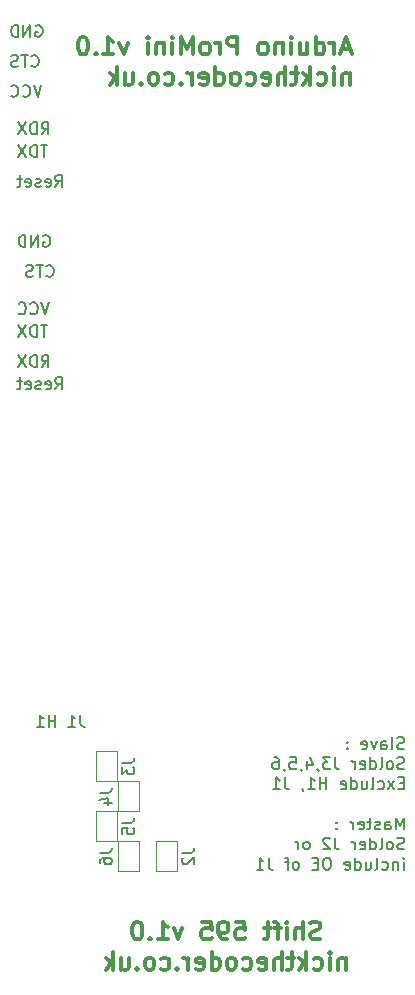
<source format=gbr>
G04 #@! TF.FileFunction,Legend,Bot*
%FSLAX46Y46*%
G04 Gerber Fmt 4.6, Leading zero omitted, Abs format (unit mm)*
G04 Created by KiCad (PCBNEW 4.0.7+dfsg1-1~bpo9+1) date Wed May  2 15:41:06 2018*
%MOMM*%
%LPD*%
G01*
G04 APERTURE LIST*
%ADD10C,0.100000*%
%ADD11C,0.200000*%
%ADD12C,0.300000*%
%ADD13C,0.120000*%
%ADD14C,0.150000*%
G04 APERTURE END LIST*
D10*
D11*
X116839762Y-61317143D02*
X116887381Y-61364762D01*
X117030238Y-61412381D01*
X117125476Y-61412381D01*
X117268334Y-61364762D01*
X117363572Y-61269524D01*
X117411191Y-61174286D01*
X117458810Y-60983810D01*
X117458810Y-60840952D01*
X117411191Y-60650476D01*
X117363572Y-60555238D01*
X117268334Y-60460000D01*
X117125476Y-60412381D01*
X117030238Y-60412381D01*
X116887381Y-60460000D01*
X116839762Y-60507619D01*
X116554048Y-60412381D02*
X115982619Y-60412381D01*
X116268334Y-61412381D02*
X116268334Y-60412381D01*
X115696905Y-61364762D02*
X115554048Y-61412381D01*
X115315952Y-61412381D01*
X115220714Y-61364762D01*
X115173095Y-61317143D01*
X115125476Y-61221905D01*
X115125476Y-61126667D01*
X115173095Y-61031429D01*
X115220714Y-60983810D01*
X115315952Y-60936190D01*
X115506429Y-60888571D01*
X115601667Y-60840952D01*
X115649286Y-60793333D01*
X115696905Y-60698095D01*
X115696905Y-60602857D01*
X115649286Y-60507619D01*
X115601667Y-60460000D01*
X115506429Y-60412381D01*
X115268333Y-60412381D01*
X115125476Y-60460000D01*
X117061905Y-63587381D02*
X116728572Y-64587381D01*
X116395238Y-63587381D01*
X115490476Y-64492143D02*
X115538095Y-64539762D01*
X115680952Y-64587381D01*
X115776190Y-64587381D01*
X115919048Y-64539762D01*
X116014286Y-64444524D01*
X116061905Y-64349286D01*
X116109524Y-64158810D01*
X116109524Y-64015952D01*
X116061905Y-63825476D01*
X116014286Y-63730238D01*
X115919048Y-63635000D01*
X115776190Y-63587381D01*
X115680952Y-63587381D01*
X115538095Y-63635000D01*
X115490476Y-63682619D01*
X114490476Y-64492143D02*
X114538095Y-64539762D01*
X114680952Y-64587381D01*
X114776190Y-64587381D01*
X114919048Y-64539762D01*
X115014286Y-64444524D01*
X115061905Y-64349286D01*
X115109524Y-64158810D01*
X115109524Y-64015952D01*
X115061905Y-63825476D01*
X115014286Y-63730238D01*
X114919048Y-63635000D01*
X114776190Y-63587381D01*
X114680952Y-63587381D01*
X114538095Y-63635000D01*
X114490476Y-63682619D01*
X117585715Y-70937381D02*
X117919049Y-70461190D01*
X118157144Y-70937381D02*
X118157144Y-69937381D01*
X117776191Y-69937381D01*
X117680953Y-69985000D01*
X117633334Y-70032619D01*
X117585715Y-70127857D01*
X117585715Y-70270714D01*
X117633334Y-70365952D01*
X117680953Y-70413571D01*
X117776191Y-70461190D01*
X118157144Y-70461190D01*
X116776191Y-70889762D02*
X116871429Y-70937381D01*
X117061906Y-70937381D01*
X117157144Y-70889762D01*
X117204763Y-70794524D01*
X117204763Y-70413571D01*
X117157144Y-70318333D01*
X117061906Y-70270714D01*
X116871429Y-70270714D01*
X116776191Y-70318333D01*
X116728572Y-70413571D01*
X116728572Y-70508810D01*
X117204763Y-70604048D01*
X116347620Y-70889762D02*
X116252382Y-70937381D01*
X116061906Y-70937381D01*
X115966667Y-70889762D01*
X115919048Y-70794524D01*
X115919048Y-70746905D01*
X115966667Y-70651667D01*
X116061906Y-70604048D01*
X116204763Y-70604048D01*
X116300001Y-70556429D01*
X116347620Y-70461190D01*
X116347620Y-70413571D01*
X116300001Y-70318333D01*
X116204763Y-70270714D01*
X116061906Y-70270714D01*
X115966667Y-70318333D01*
X115109524Y-70889762D02*
X115204762Y-70937381D01*
X115395239Y-70937381D01*
X115490477Y-70889762D01*
X115538096Y-70794524D01*
X115538096Y-70413571D01*
X115490477Y-70318333D01*
X115395239Y-70270714D01*
X115204762Y-70270714D01*
X115109524Y-70318333D01*
X115061905Y-70413571D01*
X115061905Y-70508810D01*
X115538096Y-70604048D01*
X114776191Y-70270714D02*
X114395239Y-70270714D01*
X114633334Y-69937381D02*
X114633334Y-70794524D01*
X114585715Y-70889762D01*
X114490477Y-70937381D01*
X114395239Y-70937381D01*
X116442857Y-69032381D02*
X116776191Y-68556190D01*
X117014286Y-69032381D02*
X117014286Y-68032381D01*
X116633333Y-68032381D01*
X116538095Y-68080000D01*
X116490476Y-68127619D01*
X116442857Y-68222857D01*
X116442857Y-68365714D01*
X116490476Y-68460952D01*
X116538095Y-68508571D01*
X116633333Y-68556190D01*
X117014286Y-68556190D01*
X116014286Y-69032381D02*
X116014286Y-68032381D01*
X115776191Y-68032381D01*
X115633333Y-68080000D01*
X115538095Y-68175238D01*
X115490476Y-68270476D01*
X115442857Y-68460952D01*
X115442857Y-68603810D01*
X115490476Y-68794286D01*
X115538095Y-68889524D01*
X115633333Y-68984762D01*
X115776191Y-69032381D01*
X116014286Y-69032381D01*
X115109524Y-68032381D02*
X114442857Y-69032381D01*
X114442857Y-68032381D02*
X115109524Y-69032381D01*
X116919048Y-65492381D02*
X116347619Y-65492381D01*
X116633334Y-66492381D02*
X116633334Y-65492381D01*
X116014286Y-66492381D02*
X116014286Y-65492381D01*
X115776191Y-65492381D01*
X115633333Y-65540000D01*
X115538095Y-65635238D01*
X115490476Y-65730476D01*
X115442857Y-65920952D01*
X115442857Y-66063810D01*
X115490476Y-66254286D01*
X115538095Y-66349524D01*
X115633333Y-66444762D01*
X115776191Y-66492381D01*
X116014286Y-66492381D01*
X115109524Y-65492381D02*
X114442857Y-66492381D01*
X114442857Y-65492381D02*
X115109524Y-66492381D01*
X116442857Y-49347381D02*
X116776191Y-48871190D01*
X117014286Y-49347381D02*
X117014286Y-48347381D01*
X116633333Y-48347381D01*
X116538095Y-48395000D01*
X116490476Y-48442619D01*
X116442857Y-48537857D01*
X116442857Y-48680714D01*
X116490476Y-48775952D01*
X116538095Y-48823571D01*
X116633333Y-48871190D01*
X117014286Y-48871190D01*
X116014286Y-49347381D02*
X116014286Y-48347381D01*
X115776191Y-48347381D01*
X115633333Y-48395000D01*
X115538095Y-48490238D01*
X115490476Y-48585476D01*
X115442857Y-48775952D01*
X115442857Y-48918810D01*
X115490476Y-49109286D01*
X115538095Y-49204524D01*
X115633333Y-49299762D01*
X115776191Y-49347381D01*
X116014286Y-49347381D01*
X115109524Y-48347381D02*
X114442857Y-49347381D01*
X114442857Y-48347381D02*
X115109524Y-49347381D01*
X116585714Y-57920000D02*
X116680952Y-57872381D01*
X116823809Y-57872381D01*
X116966667Y-57920000D01*
X117061905Y-58015238D01*
X117109524Y-58110476D01*
X117157143Y-58300952D01*
X117157143Y-58443810D01*
X117109524Y-58634286D01*
X117061905Y-58729524D01*
X116966667Y-58824762D01*
X116823809Y-58872381D01*
X116728571Y-58872381D01*
X116585714Y-58824762D01*
X116538095Y-58777143D01*
X116538095Y-58443810D01*
X116728571Y-58443810D01*
X116109524Y-58872381D02*
X116109524Y-57872381D01*
X115538095Y-58872381D01*
X115538095Y-57872381D01*
X115061905Y-58872381D02*
X115061905Y-57872381D01*
X114823810Y-57872381D01*
X114680952Y-57920000D01*
X114585714Y-58015238D01*
X114538095Y-58110476D01*
X114490476Y-58300952D01*
X114490476Y-58443810D01*
X114538095Y-58634286D01*
X114585714Y-58729524D01*
X114680952Y-58824762D01*
X114823810Y-58872381D01*
X115061905Y-58872381D01*
X117585715Y-53792381D02*
X117919049Y-53316190D01*
X118157144Y-53792381D02*
X118157144Y-52792381D01*
X117776191Y-52792381D01*
X117680953Y-52840000D01*
X117633334Y-52887619D01*
X117585715Y-52982857D01*
X117585715Y-53125714D01*
X117633334Y-53220952D01*
X117680953Y-53268571D01*
X117776191Y-53316190D01*
X118157144Y-53316190D01*
X116776191Y-53744762D02*
X116871429Y-53792381D01*
X117061906Y-53792381D01*
X117157144Y-53744762D01*
X117204763Y-53649524D01*
X117204763Y-53268571D01*
X117157144Y-53173333D01*
X117061906Y-53125714D01*
X116871429Y-53125714D01*
X116776191Y-53173333D01*
X116728572Y-53268571D01*
X116728572Y-53363810D01*
X117204763Y-53459048D01*
X116347620Y-53744762D02*
X116252382Y-53792381D01*
X116061906Y-53792381D01*
X115966667Y-53744762D01*
X115919048Y-53649524D01*
X115919048Y-53601905D01*
X115966667Y-53506667D01*
X116061906Y-53459048D01*
X116204763Y-53459048D01*
X116300001Y-53411429D01*
X116347620Y-53316190D01*
X116347620Y-53268571D01*
X116300001Y-53173333D01*
X116204763Y-53125714D01*
X116061906Y-53125714D01*
X115966667Y-53173333D01*
X115109524Y-53744762D02*
X115204762Y-53792381D01*
X115395239Y-53792381D01*
X115490477Y-53744762D01*
X115538096Y-53649524D01*
X115538096Y-53268571D01*
X115490477Y-53173333D01*
X115395239Y-53125714D01*
X115204762Y-53125714D01*
X115109524Y-53173333D01*
X115061905Y-53268571D01*
X115061905Y-53363810D01*
X115538096Y-53459048D01*
X114776191Y-53125714D02*
X114395239Y-53125714D01*
X114633334Y-52792381D02*
X114633334Y-53649524D01*
X114585715Y-53744762D01*
X114490477Y-53792381D01*
X114395239Y-53792381D01*
X116919048Y-50252381D02*
X116347619Y-50252381D01*
X116633334Y-51252381D02*
X116633334Y-50252381D01*
X116014286Y-51252381D02*
X116014286Y-50252381D01*
X115776191Y-50252381D01*
X115633333Y-50300000D01*
X115538095Y-50395238D01*
X115490476Y-50490476D01*
X115442857Y-50680952D01*
X115442857Y-50823810D01*
X115490476Y-51014286D01*
X115538095Y-51109524D01*
X115633333Y-51204762D01*
X115776191Y-51252381D01*
X116014286Y-51252381D01*
X115109524Y-50252381D02*
X114442857Y-51252381D01*
X114442857Y-50252381D02*
X115109524Y-51252381D01*
X116426905Y-45172381D02*
X116093572Y-46172381D01*
X115760238Y-45172381D01*
X114855476Y-46077143D02*
X114903095Y-46124762D01*
X115045952Y-46172381D01*
X115141190Y-46172381D01*
X115284048Y-46124762D01*
X115379286Y-46029524D01*
X115426905Y-45934286D01*
X115474524Y-45743810D01*
X115474524Y-45600952D01*
X115426905Y-45410476D01*
X115379286Y-45315238D01*
X115284048Y-45220000D01*
X115141190Y-45172381D01*
X115045952Y-45172381D01*
X114903095Y-45220000D01*
X114855476Y-45267619D01*
X113855476Y-46077143D02*
X113903095Y-46124762D01*
X114045952Y-46172381D01*
X114141190Y-46172381D01*
X114284048Y-46124762D01*
X114379286Y-46029524D01*
X114426905Y-45934286D01*
X114474524Y-45743810D01*
X114474524Y-45600952D01*
X114426905Y-45410476D01*
X114379286Y-45315238D01*
X114284048Y-45220000D01*
X114141190Y-45172381D01*
X114045952Y-45172381D01*
X113903095Y-45220000D01*
X113855476Y-45267619D01*
X115569762Y-43537143D02*
X115617381Y-43584762D01*
X115760238Y-43632381D01*
X115855476Y-43632381D01*
X115998334Y-43584762D01*
X116093572Y-43489524D01*
X116141191Y-43394286D01*
X116188810Y-43203810D01*
X116188810Y-43060952D01*
X116141191Y-42870476D01*
X116093572Y-42775238D01*
X115998334Y-42680000D01*
X115855476Y-42632381D01*
X115760238Y-42632381D01*
X115617381Y-42680000D01*
X115569762Y-42727619D01*
X115284048Y-42632381D02*
X114712619Y-42632381D01*
X114998334Y-43632381D02*
X114998334Y-42632381D01*
X114426905Y-43584762D02*
X114284048Y-43632381D01*
X114045952Y-43632381D01*
X113950714Y-43584762D01*
X113903095Y-43537143D01*
X113855476Y-43441905D01*
X113855476Y-43346667D01*
X113903095Y-43251429D01*
X113950714Y-43203810D01*
X114045952Y-43156190D01*
X114236429Y-43108571D01*
X114331667Y-43060952D01*
X114379286Y-43013333D01*
X114426905Y-42918095D01*
X114426905Y-42822857D01*
X114379286Y-42727619D01*
X114331667Y-42680000D01*
X114236429Y-42632381D01*
X113998333Y-42632381D01*
X113855476Y-42680000D01*
X115950714Y-40140000D02*
X116045952Y-40092381D01*
X116188809Y-40092381D01*
X116331667Y-40140000D01*
X116426905Y-40235238D01*
X116474524Y-40330476D01*
X116522143Y-40520952D01*
X116522143Y-40663810D01*
X116474524Y-40854286D01*
X116426905Y-40949524D01*
X116331667Y-41044762D01*
X116188809Y-41092381D01*
X116093571Y-41092381D01*
X115950714Y-41044762D01*
X115903095Y-40997143D01*
X115903095Y-40663810D01*
X116093571Y-40663810D01*
X115474524Y-41092381D02*
X115474524Y-40092381D01*
X114903095Y-41092381D01*
X114903095Y-40092381D01*
X114426905Y-41092381D02*
X114426905Y-40092381D01*
X114188810Y-40092381D01*
X114045952Y-40140000D01*
X113950714Y-40235238D01*
X113903095Y-40330476D01*
X113855476Y-40520952D01*
X113855476Y-40663810D01*
X113903095Y-40854286D01*
X113950714Y-40949524D01*
X114045952Y-41044762D01*
X114188810Y-41092381D01*
X114426905Y-41092381D01*
D12*
X142589286Y-42155000D02*
X141875000Y-42155000D01*
X142732143Y-42583571D02*
X142232143Y-41083571D01*
X141732143Y-42583571D01*
X141232143Y-42583571D02*
X141232143Y-41583571D01*
X141232143Y-41869286D02*
X141160715Y-41726429D01*
X141089286Y-41655000D01*
X140946429Y-41583571D01*
X140803572Y-41583571D01*
X139660715Y-42583571D02*
X139660715Y-41083571D01*
X139660715Y-42512143D02*
X139803572Y-42583571D01*
X140089286Y-42583571D01*
X140232144Y-42512143D01*
X140303572Y-42440714D01*
X140375001Y-42297857D01*
X140375001Y-41869286D01*
X140303572Y-41726429D01*
X140232144Y-41655000D01*
X140089286Y-41583571D01*
X139803572Y-41583571D01*
X139660715Y-41655000D01*
X138303572Y-41583571D02*
X138303572Y-42583571D01*
X138946429Y-41583571D02*
X138946429Y-42369286D01*
X138875001Y-42512143D01*
X138732143Y-42583571D01*
X138517858Y-42583571D01*
X138375001Y-42512143D01*
X138303572Y-42440714D01*
X137589286Y-42583571D02*
X137589286Y-41583571D01*
X137589286Y-41083571D02*
X137660715Y-41155000D01*
X137589286Y-41226429D01*
X137517858Y-41155000D01*
X137589286Y-41083571D01*
X137589286Y-41226429D01*
X136875000Y-41583571D02*
X136875000Y-42583571D01*
X136875000Y-41726429D02*
X136803572Y-41655000D01*
X136660714Y-41583571D01*
X136446429Y-41583571D01*
X136303572Y-41655000D01*
X136232143Y-41797857D01*
X136232143Y-42583571D01*
X135303571Y-42583571D02*
X135446429Y-42512143D01*
X135517857Y-42440714D01*
X135589286Y-42297857D01*
X135589286Y-41869286D01*
X135517857Y-41726429D01*
X135446429Y-41655000D01*
X135303571Y-41583571D01*
X135089286Y-41583571D01*
X134946429Y-41655000D01*
X134875000Y-41726429D01*
X134803571Y-41869286D01*
X134803571Y-42297857D01*
X134875000Y-42440714D01*
X134946429Y-42512143D01*
X135089286Y-42583571D01*
X135303571Y-42583571D01*
X133017857Y-42583571D02*
X133017857Y-41083571D01*
X132446429Y-41083571D01*
X132303571Y-41155000D01*
X132232143Y-41226429D01*
X132160714Y-41369286D01*
X132160714Y-41583571D01*
X132232143Y-41726429D01*
X132303571Y-41797857D01*
X132446429Y-41869286D01*
X133017857Y-41869286D01*
X131517857Y-42583571D02*
X131517857Y-41583571D01*
X131517857Y-41869286D02*
X131446429Y-41726429D01*
X131375000Y-41655000D01*
X131232143Y-41583571D01*
X131089286Y-41583571D01*
X130375000Y-42583571D02*
X130517858Y-42512143D01*
X130589286Y-42440714D01*
X130660715Y-42297857D01*
X130660715Y-41869286D01*
X130589286Y-41726429D01*
X130517858Y-41655000D01*
X130375000Y-41583571D01*
X130160715Y-41583571D01*
X130017858Y-41655000D01*
X129946429Y-41726429D01*
X129875000Y-41869286D01*
X129875000Y-42297857D01*
X129946429Y-42440714D01*
X130017858Y-42512143D01*
X130160715Y-42583571D01*
X130375000Y-42583571D01*
X129232143Y-42583571D02*
X129232143Y-41083571D01*
X128732143Y-42155000D01*
X128232143Y-41083571D01*
X128232143Y-42583571D01*
X127517857Y-42583571D02*
X127517857Y-41583571D01*
X127517857Y-41083571D02*
X127589286Y-41155000D01*
X127517857Y-41226429D01*
X127446429Y-41155000D01*
X127517857Y-41083571D01*
X127517857Y-41226429D01*
X126803571Y-41583571D02*
X126803571Y-42583571D01*
X126803571Y-41726429D02*
X126732143Y-41655000D01*
X126589285Y-41583571D01*
X126375000Y-41583571D01*
X126232143Y-41655000D01*
X126160714Y-41797857D01*
X126160714Y-42583571D01*
X125446428Y-42583571D02*
X125446428Y-41583571D01*
X125446428Y-41083571D02*
X125517857Y-41155000D01*
X125446428Y-41226429D01*
X125375000Y-41155000D01*
X125446428Y-41083571D01*
X125446428Y-41226429D01*
X123732142Y-41583571D02*
X123374999Y-42583571D01*
X123017857Y-41583571D01*
X121660714Y-42583571D02*
X122517857Y-42583571D01*
X122089285Y-42583571D02*
X122089285Y-41083571D01*
X122232142Y-41297857D01*
X122375000Y-41440714D01*
X122517857Y-41512143D01*
X121017857Y-42440714D02*
X120946429Y-42512143D01*
X121017857Y-42583571D01*
X121089286Y-42512143D01*
X121017857Y-42440714D01*
X121017857Y-42583571D01*
X120017857Y-41083571D02*
X119875000Y-41083571D01*
X119732143Y-41155000D01*
X119660714Y-41226429D01*
X119589285Y-41369286D01*
X119517857Y-41655000D01*
X119517857Y-42012143D01*
X119589285Y-42297857D01*
X119660714Y-42440714D01*
X119732143Y-42512143D01*
X119875000Y-42583571D01*
X120017857Y-42583571D01*
X120160714Y-42512143D01*
X120232143Y-42440714D01*
X120303571Y-42297857D01*
X120375000Y-42012143D01*
X120375000Y-41655000D01*
X120303571Y-41369286D01*
X120232143Y-41226429D01*
X120160714Y-41155000D01*
X120017857Y-41083571D01*
X142517857Y-44133571D02*
X142517857Y-45133571D01*
X142517857Y-44276429D02*
X142446429Y-44205000D01*
X142303571Y-44133571D01*
X142089286Y-44133571D01*
X141946429Y-44205000D01*
X141875000Y-44347857D01*
X141875000Y-45133571D01*
X141160714Y-45133571D02*
X141160714Y-44133571D01*
X141160714Y-43633571D02*
X141232143Y-43705000D01*
X141160714Y-43776429D01*
X141089286Y-43705000D01*
X141160714Y-43633571D01*
X141160714Y-43776429D01*
X139803571Y-45062143D02*
X139946428Y-45133571D01*
X140232142Y-45133571D01*
X140375000Y-45062143D01*
X140446428Y-44990714D01*
X140517857Y-44847857D01*
X140517857Y-44419286D01*
X140446428Y-44276429D01*
X140375000Y-44205000D01*
X140232142Y-44133571D01*
X139946428Y-44133571D01*
X139803571Y-44205000D01*
X139160714Y-45133571D02*
X139160714Y-43633571D01*
X139017857Y-44562143D02*
X138589286Y-45133571D01*
X138589286Y-44133571D02*
X139160714Y-44705000D01*
X138160714Y-44133571D02*
X137589285Y-44133571D01*
X137946428Y-43633571D02*
X137946428Y-44919286D01*
X137875000Y-45062143D01*
X137732142Y-45133571D01*
X137589285Y-45133571D01*
X137089285Y-45133571D02*
X137089285Y-43633571D01*
X136446428Y-45133571D02*
X136446428Y-44347857D01*
X136517857Y-44205000D01*
X136660714Y-44133571D01*
X136874999Y-44133571D01*
X137017857Y-44205000D01*
X137089285Y-44276429D01*
X135160714Y-45062143D02*
X135303571Y-45133571D01*
X135589285Y-45133571D01*
X135732142Y-45062143D01*
X135803571Y-44919286D01*
X135803571Y-44347857D01*
X135732142Y-44205000D01*
X135589285Y-44133571D01*
X135303571Y-44133571D01*
X135160714Y-44205000D01*
X135089285Y-44347857D01*
X135089285Y-44490714D01*
X135803571Y-44633571D01*
X133803571Y-45062143D02*
X133946428Y-45133571D01*
X134232142Y-45133571D01*
X134375000Y-45062143D01*
X134446428Y-44990714D01*
X134517857Y-44847857D01*
X134517857Y-44419286D01*
X134446428Y-44276429D01*
X134375000Y-44205000D01*
X134232142Y-44133571D01*
X133946428Y-44133571D01*
X133803571Y-44205000D01*
X132946428Y-45133571D02*
X133089286Y-45062143D01*
X133160714Y-44990714D01*
X133232143Y-44847857D01*
X133232143Y-44419286D01*
X133160714Y-44276429D01*
X133089286Y-44205000D01*
X132946428Y-44133571D01*
X132732143Y-44133571D01*
X132589286Y-44205000D01*
X132517857Y-44276429D01*
X132446428Y-44419286D01*
X132446428Y-44847857D01*
X132517857Y-44990714D01*
X132589286Y-45062143D01*
X132732143Y-45133571D01*
X132946428Y-45133571D01*
X131160714Y-45133571D02*
X131160714Y-43633571D01*
X131160714Y-45062143D02*
X131303571Y-45133571D01*
X131589285Y-45133571D01*
X131732143Y-45062143D01*
X131803571Y-44990714D01*
X131875000Y-44847857D01*
X131875000Y-44419286D01*
X131803571Y-44276429D01*
X131732143Y-44205000D01*
X131589285Y-44133571D01*
X131303571Y-44133571D01*
X131160714Y-44205000D01*
X129875000Y-45062143D02*
X130017857Y-45133571D01*
X130303571Y-45133571D01*
X130446428Y-45062143D01*
X130517857Y-44919286D01*
X130517857Y-44347857D01*
X130446428Y-44205000D01*
X130303571Y-44133571D01*
X130017857Y-44133571D01*
X129875000Y-44205000D01*
X129803571Y-44347857D01*
X129803571Y-44490714D01*
X130517857Y-44633571D01*
X129160714Y-45133571D02*
X129160714Y-44133571D01*
X129160714Y-44419286D02*
X129089286Y-44276429D01*
X129017857Y-44205000D01*
X128875000Y-44133571D01*
X128732143Y-44133571D01*
X128232143Y-44990714D02*
X128160715Y-45062143D01*
X128232143Y-45133571D01*
X128303572Y-45062143D01*
X128232143Y-44990714D01*
X128232143Y-45133571D01*
X126875000Y-45062143D02*
X127017857Y-45133571D01*
X127303571Y-45133571D01*
X127446429Y-45062143D01*
X127517857Y-44990714D01*
X127589286Y-44847857D01*
X127589286Y-44419286D01*
X127517857Y-44276429D01*
X127446429Y-44205000D01*
X127303571Y-44133571D01*
X127017857Y-44133571D01*
X126875000Y-44205000D01*
X126017857Y-45133571D02*
X126160715Y-45062143D01*
X126232143Y-44990714D01*
X126303572Y-44847857D01*
X126303572Y-44419286D01*
X126232143Y-44276429D01*
X126160715Y-44205000D01*
X126017857Y-44133571D01*
X125803572Y-44133571D01*
X125660715Y-44205000D01*
X125589286Y-44276429D01*
X125517857Y-44419286D01*
X125517857Y-44847857D01*
X125589286Y-44990714D01*
X125660715Y-45062143D01*
X125803572Y-45133571D01*
X126017857Y-45133571D01*
X124875000Y-44990714D02*
X124803572Y-45062143D01*
X124875000Y-45133571D01*
X124946429Y-45062143D01*
X124875000Y-44990714D01*
X124875000Y-45133571D01*
X123517857Y-44133571D02*
X123517857Y-45133571D01*
X124160714Y-44133571D02*
X124160714Y-44919286D01*
X124089286Y-45062143D01*
X123946428Y-45133571D01*
X123732143Y-45133571D01*
X123589286Y-45062143D01*
X123517857Y-44990714D01*
X122803571Y-45133571D02*
X122803571Y-43633571D01*
X122660714Y-44562143D02*
X122232143Y-45133571D01*
X122232143Y-44133571D02*
X122803571Y-44705000D01*
X140044285Y-117442143D02*
X139829999Y-117513571D01*
X139472856Y-117513571D01*
X139329999Y-117442143D01*
X139258570Y-117370714D01*
X139187142Y-117227857D01*
X139187142Y-117085000D01*
X139258570Y-116942143D01*
X139329999Y-116870714D01*
X139472856Y-116799286D01*
X139758570Y-116727857D01*
X139901428Y-116656429D01*
X139972856Y-116585000D01*
X140044285Y-116442143D01*
X140044285Y-116299286D01*
X139972856Y-116156429D01*
X139901428Y-116085000D01*
X139758570Y-116013571D01*
X139401428Y-116013571D01*
X139187142Y-116085000D01*
X138544285Y-117513571D02*
X138544285Y-116013571D01*
X137901428Y-117513571D02*
X137901428Y-116727857D01*
X137972857Y-116585000D01*
X138115714Y-116513571D01*
X138329999Y-116513571D01*
X138472857Y-116585000D01*
X138544285Y-116656429D01*
X137187142Y-117513571D02*
X137187142Y-116513571D01*
X137187142Y-116013571D02*
X137258571Y-116085000D01*
X137187142Y-116156429D01*
X137115714Y-116085000D01*
X137187142Y-116013571D01*
X137187142Y-116156429D01*
X136687142Y-116513571D02*
X136115713Y-116513571D01*
X136472856Y-117513571D02*
X136472856Y-116227857D01*
X136401428Y-116085000D01*
X136258570Y-116013571D01*
X136115713Y-116013571D01*
X135829999Y-116513571D02*
X135258570Y-116513571D01*
X135615713Y-116013571D02*
X135615713Y-117299286D01*
X135544285Y-117442143D01*
X135401427Y-117513571D01*
X135258570Y-117513571D01*
X132901427Y-116013571D02*
X133615713Y-116013571D01*
X133687142Y-116727857D01*
X133615713Y-116656429D01*
X133472856Y-116585000D01*
X133115713Y-116585000D01*
X132972856Y-116656429D01*
X132901427Y-116727857D01*
X132829999Y-116870714D01*
X132829999Y-117227857D01*
X132901427Y-117370714D01*
X132972856Y-117442143D01*
X133115713Y-117513571D01*
X133472856Y-117513571D01*
X133615713Y-117442143D01*
X133687142Y-117370714D01*
X132115714Y-117513571D02*
X131829999Y-117513571D01*
X131687142Y-117442143D01*
X131615714Y-117370714D01*
X131472856Y-117156429D01*
X131401428Y-116870714D01*
X131401428Y-116299286D01*
X131472856Y-116156429D01*
X131544285Y-116085000D01*
X131687142Y-116013571D01*
X131972856Y-116013571D01*
X132115714Y-116085000D01*
X132187142Y-116156429D01*
X132258571Y-116299286D01*
X132258571Y-116656429D01*
X132187142Y-116799286D01*
X132115714Y-116870714D01*
X131972856Y-116942143D01*
X131687142Y-116942143D01*
X131544285Y-116870714D01*
X131472856Y-116799286D01*
X131401428Y-116656429D01*
X130044285Y-116013571D02*
X130758571Y-116013571D01*
X130830000Y-116727857D01*
X130758571Y-116656429D01*
X130615714Y-116585000D01*
X130258571Y-116585000D01*
X130115714Y-116656429D01*
X130044285Y-116727857D01*
X129972857Y-116870714D01*
X129972857Y-117227857D01*
X130044285Y-117370714D01*
X130115714Y-117442143D01*
X130258571Y-117513571D01*
X130615714Y-117513571D01*
X130758571Y-117442143D01*
X130830000Y-117370714D01*
X128330000Y-116513571D02*
X127972857Y-117513571D01*
X127615715Y-116513571D01*
X126258572Y-117513571D02*
X127115715Y-117513571D01*
X126687143Y-117513571D02*
X126687143Y-116013571D01*
X126830000Y-116227857D01*
X126972858Y-116370714D01*
X127115715Y-116442143D01*
X125615715Y-117370714D02*
X125544287Y-117442143D01*
X125615715Y-117513571D01*
X125687144Y-117442143D01*
X125615715Y-117370714D01*
X125615715Y-117513571D01*
X124615715Y-116013571D02*
X124472858Y-116013571D01*
X124330001Y-116085000D01*
X124258572Y-116156429D01*
X124187143Y-116299286D01*
X124115715Y-116585000D01*
X124115715Y-116942143D01*
X124187143Y-117227857D01*
X124258572Y-117370714D01*
X124330001Y-117442143D01*
X124472858Y-117513571D01*
X124615715Y-117513571D01*
X124758572Y-117442143D01*
X124830001Y-117370714D01*
X124901429Y-117227857D01*
X124972858Y-116942143D01*
X124972858Y-116585000D01*
X124901429Y-116299286D01*
X124830001Y-116156429D01*
X124758572Y-116085000D01*
X124615715Y-116013571D01*
X142187143Y-119063571D02*
X142187143Y-120063571D01*
X142187143Y-119206429D02*
X142115715Y-119135000D01*
X141972857Y-119063571D01*
X141758572Y-119063571D01*
X141615715Y-119135000D01*
X141544286Y-119277857D01*
X141544286Y-120063571D01*
X140830000Y-120063571D02*
X140830000Y-119063571D01*
X140830000Y-118563571D02*
X140901429Y-118635000D01*
X140830000Y-118706429D01*
X140758572Y-118635000D01*
X140830000Y-118563571D01*
X140830000Y-118706429D01*
X139472857Y-119992143D02*
X139615714Y-120063571D01*
X139901428Y-120063571D01*
X140044286Y-119992143D01*
X140115714Y-119920714D01*
X140187143Y-119777857D01*
X140187143Y-119349286D01*
X140115714Y-119206429D01*
X140044286Y-119135000D01*
X139901428Y-119063571D01*
X139615714Y-119063571D01*
X139472857Y-119135000D01*
X138830000Y-120063571D02*
X138830000Y-118563571D01*
X138687143Y-119492143D02*
X138258572Y-120063571D01*
X138258572Y-119063571D02*
X138830000Y-119635000D01*
X137830000Y-119063571D02*
X137258571Y-119063571D01*
X137615714Y-118563571D02*
X137615714Y-119849286D01*
X137544286Y-119992143D01*
X137401428Y-120063571D01*
X137258571Y-120063571D01*
X136758571Y-120063571D02*
X136758571Y-118563571D01*
X136115714Y-120063571D02*
X136115714Y-119277857D01*
X136187143Y-119135000D01*
X136330000Y-119063571D01*
X136544285Y-119063571D01*
X136687143Y-119135000D01*
X136758571Y-119206429D01*
X134830000Y-119992143D02*
X134972857Y-120063571D01*
X135258571Y-120063571D01*
X135401428Y-119992143D01*
X135472857Y-119849286D01*
X135472857Y-119277857D01*
X135401428Y-119135000D01*
X135258571Y-119063571D01*
X134972857Y-119063571D01*
X134830000Y-119135000D01*
X134758571Y-119277857D01*
X134758571Y-119420714D01*
X135472857Y-119563571D01*
X133472857Y-119992143D02*
X133615714Y-120063571D01*
X133901428Y-120063571D01*
X134044286Y-119992143D01*
X134115714Y-119920714D01*
X134187143Y-119777857D01*
X134187143Y-119349286D01*
X134115714Y-119206429D01*
X134044286Y-119135000D01*
X133901428Y-119063571D01*
X133615714Y-119063571D01*
X133472857Y-119135000D01*
X132615714Y-120063571D02*
X132758572Y-119992143D01*
X132830000Y-119920714D01*
X132901429Y-119777857D01*
X132901429Y-119349286D01*
X132830000Y-119206429D01*
X132758572Y-119135000D01*
X132615714Y-119063571D01*
X132401429Y-119063571D01*
X132258572Y-119135000D01*
X132187143Y-119206429D01*
X132115714Y-119349286D01*
X132115714Y-119777857D01*
X132187143Y-119920714D01*
X132258572Y-119992143D01*
X132401429Y-120063571D01*
X132615714Y-120063571D01*
X130830000Y-120063571D02*
X130830000Y-118563571D01*
X130830000Y-119992143D02*
X130972857Y-120063571D01*
X131258571Y-120063571D01*
X131401429Y-119992143D01*
X131472857Y-119920714D01*
X131544286Y-119777857D01*
X131544286Y-119349286D01*
X131472857Y-119206429D01*
X131401429Y-119135000D01*
X131258571Y-119063571D01*
X130972857Y-119063571D01*
X130830000Y-119135000D01*
X129544286Y-119992143D02*
X129687143Y-120063571D01*
X129972857Y-120063571D01*
X130115714Y-119992143D01*
X130187143Y-119849286D01*
X130187143Y-119277857D01*
X130115714Y-119135000D01*
X129972857Y-119063571D01*
X129687143Y-119063571D01*
X129544286Y-119135000D01*
X129472857Y-119277857D01*
X129472857Y-119420714D01*
X130187143Y-119563571D01*
X128830000Y-120063571D02*
X128830000Y-119063571D01*
X128830000Y-119349286D02*
X128758572Y-119206429D01*
X128687143Y-119135000D01*
X128544286Y-119063571D01*
X128401429Y-119063571D01*
X127901429Y-119920714D02*
X127830001Y-119992143D01*
X127901429Y-120063571D01*
X127972858Y-119992143D01*
X127901429Y-119920714D01*
X127901429Y-120063571D01*
X126544286Y-119992143D02*
X126687143Y-120063571D01*
X126972857Y-120063571D01*
X127115715Y-119992143D01*
X127187143Y-119920714D01*
X127258572Y-119777857D01*
X127258572Y-119349286D01*
X127187143Y-119206429D01*
X127115715Y-119135000D01*
X126972857Y-119063571D01*
X126687143Y-119063571D01*
X126544286Y-119135000D01*
X125687143Y-120063571D02*
X125830001Y-119992143D01*
X125901429Y-119920714D01*
X125972858Y-119777857D01*
X125972858Y-119349286D01*
X125901429Y-119206429D01*
X125830001Y-119135000D01*
X125687143Y-119063571D01*
X125472858Y-119063571D01*
X125330001Y-119135000D01*
X125258572Y-119206429D01*
X125187143Y-119349286D01*
X125187143Y-119777857D01*
X125258572Y-119920714D01*
X125330001Y-119992143D01*
X125472858Y-120063571D01*
X125687143Y-120063571D01*
X124544286Y-119920714D02*
X124472858Y-119992143D01*
X124544286Y-120063571D01*
X124615715Y-119992143D01*
X124544286Y-119920714D01*
X124544286Y-120063571D01*
X123187143Y-119063571D02*
X123187143Y-120063571D01*
X123830000Y-119063571D02*
X123830000Y-119849286D01*
X123758572Y-119992143D01*
X123615714Y-120063571D01*
X123401429Y-120063571D01*
X123258572Y-119992143D01*
X123187143Y-119920714D01*
X122472857Y-120063571D02*
X122472857Y-118563571D01*
X122330000Y-119492143D02*
X121901429Y-120063571D01*
X121901429Y-119063571D02*
X122472857Y-119635000D01*
D11*
X147129524Y-101349762D02*
X146986667Y-101397381D01*
X146748571Y-101397381D01*
X146653333Y-101349762D01*
X146605714Y-101302143D01*
X146558095Y-101206905D01*
X146558095Y-101111667D01*
X146605714Y-101016429D01*
X146653333Y-100968810D01*
X146748571Y-100921190D01*
X146939048Y-100873571D01*
X147034286Y-100825952D01*
X147081905Y-100778333D01*
X147129524Y-100683095D01*
X147129524Y-100587857D01*
X147081905Y-100492619D01*
X147034286Y-100445000D01*
X146939048Y-100397381D01*
X146700952Y-100397381D01*
X146558095Y-100445000D01*
X145986667Y-101397381D02*
X146081905Y-101349762D01*
X146129524Y-101254524D01*
X146129524Y-100397381D01*
X145177142Y-101397381D02*
X145177142Y-100873571D01*
X145224761Y-100778333D01*
X145319999Y-100730714D01*
X145510476Y-100730714D01*
X145605714Y-100778333D01*
X145177142Y-101349762D02*
X145272380Y-101397381D01*
X145510476Y-101397381D01*
X145605714Y-101349762D01*
X145653333Y-101254524D01*
X145653333Y-101159286D01*
X145605714Y-101064048D01*
X145510476Y-101016429D01*
X145272380Y-101016429D01*
X145177142Y-100968810D01*
X144796190Y-100730714D02*
X144558095Y-101397381D01*
X144319999Y-100730714D01*
X143558094Y-101349762D02*
X143653332Y-101397381D01*
X143843809Y-101397381D01*
X143939047Y-101349762D01*
X143986666Y-101254524D01*
X143986666Y-100873571D01*
X143939047Y-100778333D01*
X143843809Y-100730714D01*
X143653332Y-100730714D01*
X143558094Y-100778333D01*
X143510475Y-100873571D01*
X143510475Y-100968810D01*
X143986666Y-101064048D01*
X142319999Y-101302143D02*
X142272380Y-101349762D01*
X142319999Y-101397381D01*
X142367618Y-101349762D01*
X142319999Y-101302143D01*
X142319999Y-101397381D01*
X142319999Y-100778333D02*
X142272380Y-100825952D01*
X142319999Y-100873571D01*
X142367618Y-100825952D01*
X142319999Y-100778333D01*
X142319999Y-100873571D01*
X147129524Y-103049762D02*
X146986667Y-103097381D01*
X146748571Y-103097381D01*
X146653333Y-103049762D01*
X146605714Y-103002143D01*
X146558095Y-102906905D01*
X146558095Y-102811667D01*
X146605714Y-102716429D01*
X146653333Y-102668810D01*
X146748571Y-102621190D01*
X146939048Y-102573571D01*
X147034286Y-102525952D01*
X147081905Y-102478333D01*
X147129524Y-102383095D01*
X147129524Y-102287857D01*
X147081905Y-102192619D01*
X147034286Y-102145000D01*
X146939048Y-102097381D01*
X146700952Y-102097381D01*
X146558095Y-102145000D01*
X145986667Y-103097381D02*
X146081905Y-103049762D01*
X146129524Y-103002143D01*
X146177143Y-102906905D01*
X146177143Y-102621190D01*
X146129524Y-102525952D01*
X146081905Y-102478333D01*
X145986667Y-102430714D01*
X145843809Y-102430714D01*
X145748571Y-102478333D01*
X145700952Y-102525952D01*
X145653333Y-102621190D01*
X145653333Y-102906905D01*
X145700952Y-103002143D01*
X145748571Y-103049762D01*
X145843809Y-103097381D01*
X145986667Y-103097381D01*
X145081905Y-103097381D02*
X145177143Y-103049762D01*
X145224762Y-102954524D01*
X145224762Y-102097381D01*
X144272380Y-103097381D02*
X144272380Y-102097381D01*
X144272380Y-103049762D02*
X144367618Y-103097381D01*
X144558095Y-103097381D01*
X144653333Y-103049762D01*
X144700952Y-103002143D01*
X144748571Y-102906905D01*
X144748571Y-102621190D01*
X144700952Y-102525952D01*
X144653333Y-102478333D01*
X144558095Y-102430714D01*
X144367618Y-102430714D01*
X144272380Y-102478333D01*
X143415237Y-103049762D02*
X143510475Y-103097381D01*
X143700952Y-103097381D01*
X143796190Y-103049762D01*
X143843809Y-102954524D01*
X143843809Y-102573571D01*
X143796190Y-102478333D01*
X143700952Y-102430714D01*
X143510475Y-102430714D01*
X143415237Y-102478333D01*
X143367618Y-102573571D01*
X143367618Y-102668810D01*
X143843809Y-102764048D01*
X142939047Y-103097381D02*
X142939047Y-102430714D01*
X142939047Y-102621190D02*
X142891428Y-102525952D01*
X142843809Y-102478333D01*
X142748571Y-102430714D01*
X142653332Y-102430714D01*
X141272379Y-102097381D02*
X141272379Y-102811667D01*
X141319999Y-102954524D01*
X141415237Y-103049762D01*
X141558094Y-103097381D01*
X141653332Y-103097381D01*
X140891427Y-102097381D02*
X140272379Y-102097381D01*
X140605713Y-102478333D01*
X140462855Y-102478333D01*
X140367617Y-102525952D01*
X140319998Y-102573571D01*
X140272379Y-102668810D01*
X140272379Y-102906905D01*
X140319998Y-103002143D01*
X140367617Y-103049762D01*
X140462855Y-103097381D01*
X140748570Y-103097381D01*
X140843808Y-103049762D01*
X140891427Y-103002143D01*
X139796189Y-103049762D02*
X139796189Y-103097381D01*
X139843808Y-103192619D01*
X139891427Y-103240238D01*
X138939046Y-102430714D02*
X138939046Y-103097381D01*
X139177142Y-102049762D02*
X139415237Y-102764048D01*
X138796189Y-102764048D01*
X138367618Y-103049762D02*
X138367618Y-103097381D01*
X138415237Y-103192619D01*
X138462856Y-103240238D01*
X137462856Y-102097381D02*
X137939047Y-102097381D01*
X137986666Y-102573571D01*
X137939047Y-102525952D01*
X137843809Y-102478333D01*
X137605713Y-102478333D01*
X137510475Y-102525952D01*
X137462856Y-102573571D01*
X137415237Y-102668810D01*
X137415237Y-102906905D01*
X137462856Y-103002143D01*
X137510475Y-103049762D01*
X137605713Y-103097381D01*
X137843809Y-103097381D01*
X137939047Y-103049762D01*
X137986666Y-103002143D01*
X136939047Y-103049762D02*
X136939047Y-103097381D01*
X136986666Y-103192619D01*
X137034285Y-103240238D01*
X136081904Y-102097381D02*
X136272381Y-102097381D01*
X136367619Y-102145000D01*
X136415238Y-102192619D01*
X136510476Y-102335476D01*
X136558095Y-102525952D01*
X136558095Y-102906905D01*
X136510476Y-103002143D01*
X136462857Y-103049762D01*
X136367619Y-103097381D01*
X136177142Y-103097381D01*
X136081904Y-103049762D01*
X136034285Y-103002143D01*
X135986666Y-102906905D01*
X135986666Y-102668810D01*
X136034285Y-102573571D01*
X136081904Y-102525952D01*
X136177142Y-102478333D01*
X136367619Y-102478333D01*
X136462857Y-102525952D01*
X136510476Y-102573571D01*
X136558095Y-102668810D01*
X147081905Y-104273571D02*
X146748571Y-104273571D01*
X146605714Y-104797381D02*
X147081905Y-104797381D01*
X147081905Y-103797381D01*
X146605714Y-103797381D01*
X146272381Y-104797381D02*
X145748571Y-104130714D01*
X146272381Y-104130714D02*
X145748571Y-104797381D01*
X144939047Y-104749762D02*
X145034285Y-104797381D01*
X145224762Y-104797381D01*
X145320000Y-104749762D01*
X145367619Y-104702143D01*
X145415238Y-104606905D01*
X145415238Y-104321190D01*
X145367619Y-104225952D01*
X145320000Y-104178333D01*
X145224762Y-104130714D01*
X145034285Y-104130714D01*
X144939047Y-104178333D01*
X144367619Y-104797381D02*
X144462857Y-104749762D01*
X144510476Y-104654524D01*
X144510476Y-103797381D01*
X143558094Y-104130714D02*
X143558094Y-104797381D01*
X143986666Y-104130714D02*
X143986666Y-104654524D01*
X143939047Y-104749762D01*
X143843809Y-104797381D01*
X143700951Y-104797381D01*
X143605713Y-104749762D01*
X143558094Y-104702143D01*
X142653332Y-104797381D02*
X142653332Y-103797381D01*
X142653332Y-104749762D02*
X142748570Y-104797381D01*
X142939047Y-104797381D01*
X143034285Y-104749762D01*
X143081904Y-104702143D01*
X143129523Y-104606905D01*
X143129523Y-104321190D01*
X143081904Y-104225952D01*
X143034285Y-104178333D01*
X142939047Y-104130714D01*
X142748570Y-104130714D01*
X142653332Y-104178333D01*
X141796189Y-104749762D02*
X141891427Y-104797381D01*
X142081904Y-104797381D01*
X142177142Y-104749762D01*
X142224761Y-104654524D01*
X142224761Y-104273571D01*
X142177142Y-104178333D01*
X142081904Y-104130714D01*
X141891427Y-104130714D01*
X141796189Y-104178333D01*
X141748570Y-104273571D01*
X141748570Y-104368810D01*
X142224761Y-104464048D01*
X140558094Y-104797381D02*
X140558094Y-103797381D01*
X140558094Y-104273571D02*
X139986665Y-104273571D01*
X139986665Y-104797381D02*
X139986665Y-103797381D01*
X138986665Y-104797381D02*
X139558094Y-104797381D01*
X139272380Y-104797381D02*
X139272380Y-103797381D01*
X139367618Y-103940238D01*
X139462856Y-104035476D01*
X139558094Y-104083095D01*
X138510475Y-104749762D02*
X138510475Y-104797381D01*
X138558094Y-104892619D01*
X138605713Y-104940238D01*
X137034284Y-103797381D02*
X137034284Y-104511667D01*
X137081904Y-104654524D01*
X137177142Y-104749762D01*
X137319999Y-104797381D01*
X137415237Y-104797381D01*
X136034284Y-104797381D02*
X136605713Y-104797381D01*
X136319999Y-104797381D02*
X136319999Y-103797381D01*
X136415237Y-103940238D01*
X136510475Y-104035476D01*
X136605713Y-104083095D01*
X147081905Y-108197381D02*
X147081905Y-107197381D01*
X146748571Y-107911667D01*
X146415238Y-107197381D01*
X146415238Y-108197381D01*
X145510476Y-108197381D02*
X145510476Y-107673571D01*
X145558095Y-107578333D01*
X145653333Y-107530714D01*
X145843810Y-107530714D01*
X145939048Y-107578333D01*
X145510476Y-108149762D02*
X145605714Y-108197381D01*
X145843810Y-108197381D01*
X145939048Y-108149762D01*
X145986667Y-108054524D01*
X145986667Y-107959286D01*
X145939048Y-107864048D01*
X145843810Y-107816429D01*
X145605714Y-107816429D01*
X145510476Y-107768810D01*
X145081905Y-108149762D02*
X144986667Y-108197381D01*
X144796191Y-108197381D01*
X144700952Y-108149762D01*
X144653333Y-108054524D01*
X144653333Y-108006905D01*
X144700952Y-107911667D01*
X144796191Y-107864048D01*
X144939048Y-107864048D01*
X145034286Y-107816429D01*
X145081905Y-107721190D01*
X145081905Y-107673571D01*
X145034286Y-107578333D01*
X144939048Y-107530714D01*
X144796191Y-107530714D01*
X144700952Y-107578333D01*
X144367619Y-107530714D02*
X143986667Y-107530714D01*
X144224762Y-107197381D02*
X144224762Y-108054524D01*
X144177143Y-108149762D01*
X144081905Y-108197381D01*
X143986667Y-108197381D01*
X143272380Y-108149762D02*
X143367618Y-108197381D01*
X143558095Y-108197381D01*
X143653333Y-108149762D01*
X143700952Y-108054524D01*
X143700952Y-107673571D01*
X143653333Y-107578333D01*
X143558095Y-107530714D01*
X143367618Y-107530714D01*
X143272380Y-107578333D01*
X143224761Y-107673571D01*
X143224761Y-107768810D01*
X143700952Y-107864048D01*
X142796190Y-108197381D02*
X142796190Y-107530714D01*
X142796190Y-107721190D02*
X142748571Y-107625952D01*
X142700952Y-107578333D01*
X142605714Y-107530714D01*
X142510475Y-107530714D01*
X141415237Y-108102143D02*
X141367618Y-108149762D01*
X141415237Y-108197381D01*
X141462856Y-108149762D01*
X141415237Y-108102143D01*
X141415237Y-108197381D01*
X141415237Y-107578333D02*
X141367618Y-107625952D01*
X141415237Y-107673571D01*
X141462856Y-107625952D01*
X141415237Y-107578333D01*
X141415237Y-107673571D01*
X147129524Y-109849762D02*
X146986667Y-109897381D01*
X146748571Y-109897381D01*
X146653333Y-109849762D01*
X146605714Y-109802143D01*
X146558095Y-109706905D01*
X146558095Y-109611667D01*
X146605714Y-109516429D01*
X146653333Y-109468810D01*
X146748571Y-109421190D01*
X146939048Y-109373571D01*
X147034286Y-109325952D01*
X147081905Y-109278333D01*
X147129524Y-109183095D01*
X147129524Y-109087857D01*
X147081905Y-108992619D01*
X147034286Y-108945000D01*
X146939048Y-108897381D01*
X146700952Y-108897381D01*
X146558095Y-108945000D01*
X145986667Y-109897381D02*
X146081905Y-109849762D01*
X146129524Y-109802143D01*
X146177143Y-109706905D01*
X146177143Y-109421190D01*
X146129524Y-109325952D01*
X146081905Y-109278333D01*
X145986667Y-109230714D01*
X145843809Y-109230714D01*
X145748571Y-109278333D01*
X145700952Y-109325952D01*
X145653333Y-109421190D01*
X145653333Y-109706905D01*
X145700952Y-109802143D01*
X145748571Y-109849762D01*
X145843809Y-109897381D01*
X145986667Y-109897381D01*
X145081905Y-109897381D02*
X145177143Y-109849762D01*
X145224762Y-109754524D01*
X145224762Y-108897381D01*
X144272380Y-109897381D02*
X144272380Y-108897381D01*
X144272380Y-109849762D02*
X144367618Y-109897381D01*
X144558095Y-109897381D01*
X144653333Y-109849762D01*
X144700952Y-109802143D01*
X144748571Y-109706905D01*
X144748571Y-109421190D01*
X144700952Y-109325952D01*
X144653333Y-109278333D01*
X144558095Y-109230714D01*
X144367618Y-109230714D01*
X144272380Y-109278333D01*
X143415237Y-109849762D02*
X143510475Y-109897381D01*
X143700952Y-109897381D01*
X143796190Y-109849762D01*
X143843809Y-109754524D01*
X143843809Y-109373571D01*
X143796190Y-109278333D01*
X143700952Y-109230714D01*
X143510475Y-109230714D01*
X143415237Y-109278333D01*
X143367618Y-109373571D01*
X143367618Y-109468810D01*
X143843809Y-109564048D01*
X142939047Y-109897381D02*
X142939047Y-109230714D01*
X142939047Y-109421190D02*
X142891428Y-109325952D01*
X142843809Y-109278333D01*
X142748571Y-109230714D01*
X142653332Y-109230714D01*
X141272379Y-108897381D02*
X141272379Y-109611667D01*
X141319999Y-109754524D01*
X141415237Y-109849762D01*
X141558094Y-109897381D01*
X141653332Y-109897381D01*
X140843808Y-108992619D02*
X140796189Y-108945000D01*
X140700951Y-108897381D01*
X140462855Y-108897381D01*
X140367617Y-108945000D01*
X140319998Y-108992619D01*
X140272379Y-109087857D01*
X140272379Y-109183095D01*
X140319998Y-109325952D01*
X140891427Y-109897381D01*
X140272379Y-109897381D01*
X138939046Y-109897381D02*
X139034284Y-109849762D01*
X139081903Y-109802143D01*
X139129522Y-109706905D01*
X139129522Y-109421190D01*
X139081903Y-109325952D01*
X139034284Y-109278333D01*
X138939046Y-109230714D01*
X138796188Y-109230714D01*
X138700950Y-109278333D01*
X138653331Y-109325952D01*
X138605712Y-109421190D01*
X138605712Y-109706905D01*
X138653331Y-109802143D01*
X138700950Y-109849762D01*
X138796188Y-109897381D01*
X138939046Y-109897381D01*
X138177141Y-109897381D02*
X138177141Y-109230714D01*
X138177141Y-109421190D02*
X138129522Y-109325952D01*
X138081903Y-109278333D01*
X137986665Y-109230714D01*
X137891426Y-109230714D01*
X147081905Y-111597381D02*
X147081905Y-110930714D01*
X147081905Y-110597381D02*
X147129524Y-110645000D01*
X147081905Y-110692619D01*
X147034286Y-110645000D01*
X147081905Y-110597381D01*
X147081905Y-110692619D01*
X146605715Y-110930714D02*
X146605715Y-111597381D01*
X146605715Y-111025952D02*
X146558096Y-110978333D01*
X146462858Y-110930714D01*
X146320000Y-110930714D01*
X146224762Y-110978333D01*
X146177143Y-111073571D01*
X146177143Y-111597381D01*
X145272381Y-111549762D02*
X145367619Y-111597381D01*
X145558096Y-111597381D01*
X145653334Y-111549762D01*
X145700953Y-111502143D01*
X145748572Y-111406905D01*
X145748572Y-111121190D01*
X145700953Y-111025952D01*
X145653334Y-110978333D01*
X145558096Y-110930714D01*
X145367619Y-110930714D01*
X145272381Y-110978333D01*
X144700953Y-111597381D02*
X144796191Y-111549762D01*
X144843810Y-111454524D01*
X144843810Y-110597381D01*
X143891428Y-110930714D02*
X143891428Y-111597381D01*
X144320000Y-110930714D02*
X144320000Y-111454524D01*
X144272381Y-111549762D01*
X144177143Y-111597381D01*
X144034285Y-111597381D01*
X143939047Y-111549762D01*
X143891428Y-111502143D01*
X142986666Y-111597381D02*
X142986666Y-110597381D01*
X142986666Y-111549762D02*
X143081904Y-111597381D01*
X143272381Y-111597381D01*
X143367619Y-111549762D01*
X143415238Y-111502143D01*
X143462857Y-111406905D01*
X143462857Y-111121190D01*
X143415238Y-111025952D01*
X143367619Y-110978333D01*
X143272381Y-110930714D01*
X143081904Y-110930714D01*
X142986666Y-110978333D01*
X142129523Y-111549762D02*
X142224761Y-111597381D01*
X142415238Y-111597381D01*
X142510476Y-111549762D01*
X142558095Y-111454524D01*
X142558095Y-111073571D01*
X142510476Y-110978333D01*
X142415238Y-110930714D01*
X142224761Y-110930714D01*
X142129523Y-110978333D01*
X142081904Y-111073571D01*
X142081904Y-111168810D01*
X142558095Y-111264048D01*
X140700952Y-110597381D02*
X140510475Y-110597381D01*
X140415237Y-110645000D01*
X140319999Y-110740238D01*
X140272380Y-110930714D01*
X140272380Y-111264048D01*
X140319999Y-111454524D01*
X140415237Y-111549762D01*
X140510475Y-111597381D01*
X140700952Y-111597381D01*
X140796190Y-111549762D01*
X140891428Y-111454524D01*
X140939047Y-111264048D01*
X140939047Y-110930714D01*
X140891428Y-110740238D01*
X140796190Y-110645000D01*
X140700952Y-110597381D01*
X139843809Y-111073571D02*
X139510475Y-111073571D01*
X139367618Y-111597381D02*
X139843809Y-111597381D01*
X139843809Y-110597381D01*
X139367618Y-110597381D01*
X138034285Y-111597381D02*
X138129523Y-111549762D01*
X138177142Y-111502143D01*
X138224761Y-111406905D01*
X138224761Y-111121190D01*
X138177142Y-111025952D01*
X138129523Y-110978333D01*
X138034285Y-110930714D01*
X137891427Y-110930714D01*
X137796189Y-110978333D01*
X137748570Y-111025952D01*
X137700951Y-111121190D01*
X137700951Y-111406905D01*
X137748570Y-111502143D01*
X137796189Y-111549762D01*
X137891427Y-111597381D01*
X138034285Y-111597381D01*
X137415237Y-110930714D02*
X137034285Y-110930714D01*
X137272380Y-111597381D02*
X137272380Y-110740238D01*
X137224761Y-110645000D01*
X137129523Y-110597381D01*
X137034285Y-110597381D01*
X135653331Y-110597381D02*
X135653331Y-111311667D01*
X135700951Y-111454524D01*
X135796189Y-111549762D01*
X135939046Y-111597381D01*
X136034284Y-111597381D01*
X134653331Y-111597381D02*
X135224760Y-111597381D01*
X134939046Y-111597381D02*
X134939046Y-110597381D01*
X135034284Y-110740238D01*
X135129522Y-110835476D01*
X135224760Y-110883095D01*
D13*
X127890000Y-109220000D02*
X127890000Y-111760000D01*
X126110000Y-111760000D02*
X126110000Y-109220000D01*
X126110000Y-111760000D02*
X127890000Y-111760000D01*
X127890000Y-109220000D02*
X126110000Y-109220000D01*
X122810000Y-101600000D02*
X122810000Y-104140000D01*
X121030000Y-104140000D02*
X121030000Y-101600000D01*
X121030000Y-104140000D02*
X122810000Y-104140000D01*
X122810000Y-101600000D02*
X121030000Y-101600000D01*
X124715000Y-104140000D02*
X124715000Y-106680000D01*
X122935000Y-106680000D02*
X122935000Y-104140000D01*
X122935000Y-106680000D02*
X124715000Y-106680000D01*
X124715000Y-104140000D02*
X122935000Y-104140000D01*
X122810000Y-106680000D02*
X122810000Y-109220000D01*
X121030000Y-109220000D02*
X121030000Y-106680000D01*
X121030000Y-109220000D02*
X122810000Y-109220000D01*
X122810000Y-106680000D02*
X121030000Y-106680000D01*
X124715000Y-109220000D02*
X124715000Y-111760000D01*
X122935000Y-111760000D02*
X122935000Y-109220000D01*
X122935000Y-111760000D02*
X124715000Y-111760000D01*
X124715000Y-109220000D02*
X122935000Y-109220000D01*
D14*
X117601905Y-99512381D02*
X117601905Y-98512381D01*
X117601905Y-98988571D02*
X117030476Y-98988571D01*
X117030476Y-99512381D02*
X117030476Y-98512381D01*
X116030476Y-99512381D02*
X116601905Y-99512381D01*
X116316191Y-99512381D02*
X116316191Y-98512381D01*
X116411429Y-98655238D01*
X116506667Y-98750476D01*
X116601905Y-98798095D01*
X128357381Y-110156667D02*
X129071667Y-110156667D01*
X129214524Y-110109047D01*
X129309762Y-110013809D01*
X129357381Y-109870952D01*
X129357381Y-109775714D01*
X128452619Y-110585238D02*
X128405000Y-110632857D01*
X128357381Y-110728095D01*
X128357381Y-110966191D01*
X128405000Y-111061429D01*
X128452619Y-111109048D01*
X128547857Y-111156667D01*
X128643095Y-111156667D01*
X128785952Y-111109048D01*
X129357381Y-110537619D01*
X129357381Y-111156667D01*
X119713333Y-98512381D02*
X119713333Y-99226667D01*
X119760953Y-99369524D01*
X119856191Y-99464762D01*
X119999048Y-99512381D01*
X120094286Y-99512381D01*
X118713333Y-99512381D02*
X119284762Y-99512381D01*
X118999048Y-99512381D02*
X118999048Y-98512381D01*
X119094286Y-98655238D01*
X119189524Y-98750476D01*
X119284762Y-98798095D01*
X123277381Y-102536667D02*
X123991667Y-102536667D01*
X124134524Y-102489047D01*
X124229762Y-102393809D01*
X124277381Y-102250952D01*
X124277381Y-102155714D01*
X123277381Y-102917619D02*
X123277381Y-103536667D01*
X123658333Y-103203333D01*
X123658333Y-103346191D01*
X123705952Y-103441429D01*
X123753571Y-103489048D01*
X123848810Y-103536667D01*
X124086905Y-103536667D01*
X124182143Y-103489048D01*
X124229762Y-103441429D01*
X124277381Y-103346191D01*
X124277381Y-103060476D01*
X124229762Y-102965238D01*
X124182143Y-102917619D01*
X121372381Y-105076667D02*
X122086667Y-105076667D01*
X122229524Y-105029047D01*
X122324762Y-104933809D01*
X122372381Y-104790952D01*
X122372381Y-104695714D01*
X121705714Y-105981429D02*
X122372381Y-105981429D01*
X121324762Y-105743333D02*
X122039048Y-105505238D01*
X122039048Y-106124286D01*
X123277381Y-107616667D02*
X123991667Y-107616667D01*
X124134524Y-107569047D01*
X124229762Y-107473809D01*
X124277381Y-107330952D01*
X124277381Y-107235714D01*
X123277381Y-108569048D02*
X123277381Y-108092857D01*
X123753571Y-108045238D01*
X123705952Y-108092857D01*
X123658333Y-108188095D01*
X123658333Y-108426191D01*
X123705952Y-108521429D01*
X123753571Y-108569048D01*
X123848810Y-108616667D01*
X124086905Y-108616667D01*
X124182143Y-108569048D01*
X124229762Y-108521429D01*
X124277381Y-108426191D01*
X124277381Y-108188095D01*
X124229762Y-108092857D01*
X124182143Y-108045238D01*
X121372381Y-110156667D02*
X122086667Y-110156667D01*
X122229524Y-110109047D01*
X122324762Y-110013809D01*
X122372381Y-109870952D01*
X122372381Y-109775714D01*
X121372381Y-111061429D02*
X121372381Y-110870952D01*
X121420000Y-110775714D01*
X121467619Y-110728095D01*
X121610476Y-110632857D01*
X121800952Y-110585238D01*
X122181905Y-110585238D01*
X122277143Y-110632857D01*
X122324762Y-110680476D01*
X122372381Y-110775714D01*
X122372381Y-110966191D01*
X122324762Y-111061429D01*
X122277143Y-111109048D01*
X122181905Y-111156667D01*
X121943810Y-111156667D01*
X121848571Y-111109048D01*
X121800952Y-111061429D01*
X121753333Y-110966191D01*
X121753333Y-110775714D01*
X121800952Y-110680476D01*
X121848571Y-110632857D01*
X121943810Y-110585238D01*
M02*

</source>
